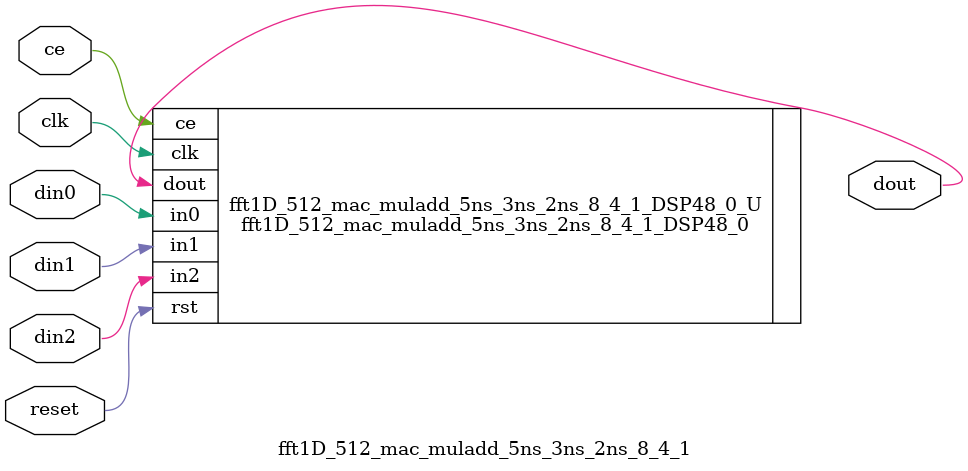
<source format=v>
module fft1D_512_mac_muladd_5ns_3ns_2ns_8_4_1(clk,reset,ce,din0,din1,din2,dout); 
parameter ID = 32'd1;
parameter NUM_STAGE = 32'd1;
parameter din0_WIDTH = 32'd1;
parameter din1_WIDTH = 32'd1;
parameter din2_WIDTH = 32'd1;
parameter dout_WIDTH = 32'd1;
input clk;
input reset;
input ce;
input[din0_WIDTH - 1:0] din0;
input[din1_WIDTH - 1:0] din1;
input[din2_WIDTH - 1:0] din2;
output[dout_WIDTH - 1:0] dout;
fft1D_512_mac_muladd_5ns_3ns_2ns_8_4_1_DSP48_0 fft1D_512_mac_muladd_5ns_3ns_2ns_8_4_1_DSP48_0_U(.clk( clk ),.rst( reset ),.ce( ce ),.in0( din0 ),.in1( din1 ),.in2( din2 ),.dout( dout ));
endmodule
</source>
